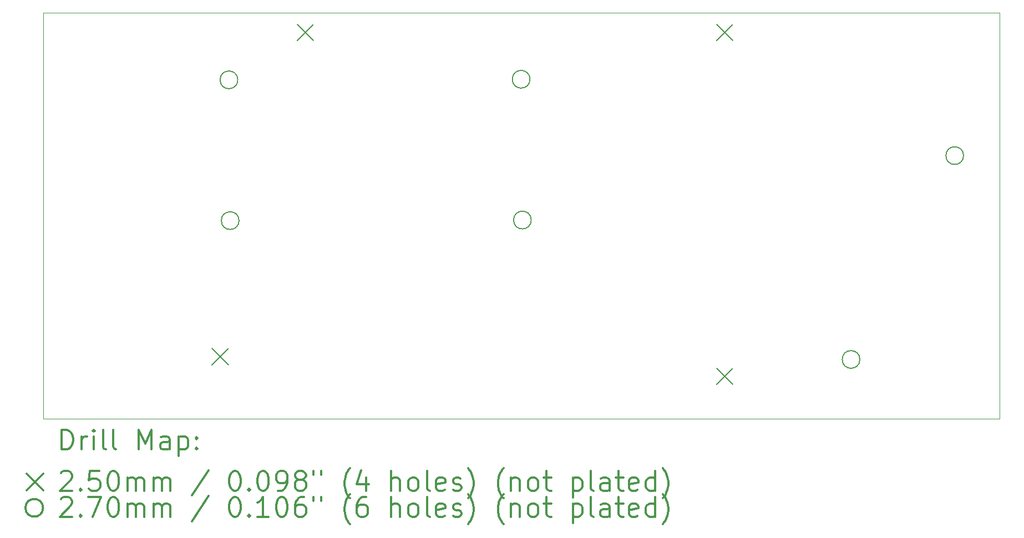
<source format=gbr>
%FSLAX45Y45*%
G04 Gerber Fmt 4.5, Leading zero omitted, Abs format (unit mm)*
G04 Created by KiCad (PCBNEW 5.1.7-a382d34a8~87~ubuntu18.04.1) date 2020-10-27 09:38:17*
%MOMM*%
%LPD*%
G01*
G04 APERTURE LIST*
%TA.AperFunction,Profile*%
%ADD10C,0.050000*%
%TD*%
%ADD11C,0.200000*%
%ADD12C,0.300000*%
G04 APERTURE END LIST*
D10*
X8100000Y-12500000D02*
X22700000Y-12500000D01*
X8100000Y-6300000D02*
X8100000Y-12500000D01*
X22700000Y-6300000D02*
X8100000Y-6300000D01*
X22700000Y-12500000D02*
X22700000Y-6300000D01*
D11*
X11975000Y-6475000D02*
X12225000Y-6725000D01*
X12225000Y-6475000D02*
X11975000Y-6725000D01*
X18375000Y-11725000D02*
X18625000Y-11975000D01*
X18625000Y-11725000D02*
X18375000Y-11975000D01*
X18375000Y-6475000D02*
X18625000Y-6725000D01*
X18625000Y-6475000D02*
X18375000Y-6725000D01*
X10675000Y-11425000D02*
X10925000Y-11675000D01*
X10925000Y-11425000D02*
X10675000Y-11675000D01*
X11069090Y-7325250D02*
G75*
G03*
X11069090Y-7325250I-135000J0D01*
G01*
X11088140Y-9474090D02*
G75*
G03*
X11088140Y-9474090I-135000J0D01*
G01*
X15529330Y-7316360D02*
G75*
G03*
X15529330Y-7316360I-135000J0D01*
G01*
X15548380Y-9465200D02*
G75*
G03*
X15548380Y-9465200I-135000J0D01*
G01*
X20564820Y-11593420D02*
G75*
G03*
X20564820Y-11593420I-135000J0D01*
G01*
X22147240Y-8481920D02*
G75*
G03*
X22147240Y-8481920I-135000J0D01*
G01*
D12*
X8383928Y-12968214D02*
X8383928Y-12668214D01*
X8455357Y-12668214D01*
X8498214Y-12682500D01*
X8526786Y-12711071D01*
X8541071Y-12739643D01*
X8555357Y-12796786D01*
X8555357Y-12839643D01*
X8541071Y-12896786D01*
X8526786Y-12925357D01*
X8498214Y-12953929D01*
X8455357Y-12968214D01*
X8383928Y-12968214D01*
X8683928Y-12968214D02*
X8683928Y-12768214D01*
X8683928Y-12825357D02*
X8698214Y-12796786D01*
X8712500Y-12782500D01*
X8741071Y-12768214D01*
X8769643Y-12768214D01*
X8869643Y-12968214D02*
X8869643Y-12768214D01*
X8869643Y-12668214D02*
X8855357Y-12682500D01*
X8869643Y-12696786D01*
X8883928Y-12682500D01*
X8869643Y-12668214D01*
X8869643Y-12696786D01*
X9055357Y-12968214D02*
X9026786Y-12953929D01*
X9012500Y-12925357D01*
X9012500Y-12668214D01*
X9212500Y-12968214D02*
X9183928Y-12953929D01*
X9169643Y-12925357D01*
X9169643Y-12668214D01*
X9555357Y-12968214D02*
X9555357Y-12668214D01*
X9655357Y-12882500D01*
X9755357Y-12668214D01*
X9755357Y-12968214D01*
X10026786Y-12968214D02*
X10026786Y-12811071D01*
X10012500Y-12782500D01*
X9983928Y-12768214D01*
X9926786Y-12768214D01*
X9898214Y-12782500D01*
X10026786Y-12953929D02*
X9998214Y-12968214D01*
X9926786Y-12968214D01*
X9898214Y-12953929D01*
X9883928Y-12925357D01*
X9883928Y-12896786D01*
X9898214Y-12868214D01*
X9926786Y-12853929D01*
X9998214Y-12853929D01*
X10026786Y-12839643D01*
X10169643Y-12768214D02*
X10169643Y-13068214D01*
X10169643Y-12782500D02*
X10198214Y-12768214D01*
X10255357Y-12768214D01*
X10283928Y-12782500D01*
X10298214Y-12796786D01*
X10312500Y-12825357D01*
X10312500Y-12911071D01*
X10298214Y-12939643D01*
X10283928Y-12953929D01*
X10255357Y-12968214D01*
X10198214Y-12968214D01*
X10169643Y-12953929D01*
X10441071Y-12939643D02*
X10455357Y-12953929D01*
X10441071Y-12968214D01*
X10426786Y-12953929D01*
X10441071Y-12939643D01*
X10441071Y-12968214D01*
X10441071Y-12782500D02*
X10455357Y-12796786D01*
X10441071Y-12811071D01*
X10426786Y-12796786D01*
X10441071Y-12782500D01*
X10441071Y-12811071D01*
X7847500Y-13337500D02*
X8097500Y-13587500D01*
X8097500Y-13337500D02*
X7847500Y-13587500D01*
X8369643Y-13326786D02*
X8383928Y-13312500D01*
X8412500Y-13298214D01*
X8483928Y-13298214D01*
X8512500Y-13312500D01*
X8526786Y-13326786D01*
X8541071Y-13355357D01*
X8541071Y-13383929D01*
X8526786Y-13426786D01*
X8355357Y-13598214D01*
X8541071Y-13598214D01*
X8669643Y-13569643D02*
X8683928Y-13583929D01*
X8669643Y-13598214D01*
X8655357Y-13583929D01*
X8669643Y-13569643D01*
X8669643Y-13598214D01*
X8955357Y-13298214D02*
X8812500Y-13298214D01*
X8798214Y-13441071D01*
X8812500Y-13426786D01*
X8841071Y-13412500D01*
X8912500Y-13412500D01*
X8941071Y-13426786D01*
X8955357Y-13441071D01*
X8969643Y-13469643D01*
X8969643Y-13541071D01*
X8955357Y-13569643D01*
X8941071Y-13583929D01*
X8912500Y-13598214D01*
X8841071Y-13598214D01*
X8812500Y-13583929D01*
X8798214Y-13569643D01*
X9155357Y-13298214D02*
X9183928Y-13298214D01*
X9212500Y-13312500D01*
X9226786Y-13326786D01*
X9241071Y-13355357D01*
X9255357Y-13412500D01*
X9255357Y-13483929D01*
X9241071Y-13541071D01*
X9226786Y-13569643D01*
X9212500Y-13583929D01*
X9183928Y-13598214D01*
X9155357Y-13598214D01*
X9126786Y-13583929D01*
X9112500Y-13569643D01*
X9098214Y-13541071D01*
X9083928Y-13483929D01*
X9083928Y-13412500D01*
X9098214Y-13355357D01*
X9112500Y-13326786D01*
X9126786Y-13312500D01*
X9155357Y-13298214D01*
X9383928Y-13598214D02*
X9383928Y-13398214D01*
X9383928Y-13426786D02*
X9398214Y-13412500D01*
X9426786Y-13398214D01*
X9469643Y-13398214D01*
X9498214Y-13412500D01*
X9512500Y-13441071D01*
X9512500Y-13598214D01*
X9512500Y-13441071D02*
X9526786Y-13412500D01*
X9555357Y-13398214D01*
X9598214Y-13398214D01*
X9626786Y-13412500D01*
X9641071Y-13441071D01*
X9641071Y-13598214D01*
X9783928Y-13598214D02*
X9783928Y-13398214D01*
X9783928Y-13426786D02*
X9798214Y-13412500D01*
X9826786Y-13398214D01*
X9869643Y-13398214D01*
X9898214Y-13412500D01*
X9912500Y-13441071D01*
X9912500Y-13598214D01*
X9912500Y-13441071D02*
X9926786Y-13412500D01*
X9955357Y-13398214D01*
X9998214Y-13398214D01*
X10026786Y-13412500D01*
X10041071Y-13441071D01*
X10041071Y-13598214D01*
X10626786Y-13283929D02*
X10369643Y-13669643D01*
X11012500Y-13298214D02*
X11041071Y-13298214D01*
X11069643Y-13312500D01*
X11083928Y-13326786D01*
X11098214Y-13355357D01*
X11112500Y-13412500D01*
X11112500Y-13483929D01*
X11098214Y-13541071D01*
X11083928Y-13569643D01*
X11069643Y-13583929D01*
X11041071Y-13598214D01*
X11012500Y-13598214D01*
X10983928Y-13583929D01*
X10969643Y-13569643D01*
X10955357Y-13541071D01*
X10941071Y-13483929D01*
X10941071Y-13412500D01*
X10955357Y-13355357D01*
X10969643Y-13326786D01*
X10983928Y-13312500D01*
X11012500Y-13298214D01*
X11241071Y-13569643D02*
X11255357Y-13583929D01*
X11241071Y-13598214D01*
X11226786Y-13583929D01*
X11241071Y-13569643D01*
X11241071Y-13598214D01*
X11441071Y-13298214D02*
X11469643Y-13298214D01*
X11498214Y-13312500D01*
X11512500Y-13326786D01*
X11526786Y-13355357D01*
X11541071Y-13412500D01*
X11541071Y-13483929D01*
X11526786Y-13541071D01*
X11512500Y-13569643D01*
X11498214Y-13583929D01*
X11469643Y-13598214D01*
X11441071Y-13598214D01*
X11412500Y-13583929D01*
X11398214Y-13569643D01*
X11383928Y-13541071D01*
X11369643Y-13483929D01*
X11369643Y-13412500D01*
X11383928Y-13355357D01*
X11398214Y-13326786D01*
X11412500Y-13312500D01*
X11441071Y-13298214D01*
X11683928Y-13598214D02*
X11741071Y-13598214D01*
X11769643Y-13583929D01*
X11783928Y-13569643D01*
X11812500Y-13526786D01*
X11826786Y-13469643D01*
X11826786Y-13355357D01*
X11812500Y-13326786D01*
X11798214Y-13312500D01*
X11769643Y-13298214D01*
X11712500Y-13298214D01*
X11683928Y-13312500D01*
X11669643Y-13326786D01*
X11655357Y-13355357D01*
X11655357Y-13426786D01*
X11669643Y-13455357D01*
X11683928Y-13469643D01*
X11712500Y-13483929D01*
X11769643Y-13483929D01*
X11798214Y-13469643D01*
X11812500Y-13455357D01*
X11826786Y-13426786D01*
X11998214Y-13426786D02*
X11969643Y-13412500D01*
X11955357Y-13398214D01*
X11941071Y-13369643D01*
X11941071Y-13355357D01*
X11955357Y-13326786D01*
X11969643Y-13312500D01*
X11998214Y-13298214D01*
X12055357Y-13298214D01*
X12083928Y-13312500D01*
X12098214Y-13326786D01*
X12112500Y-13355357D01*
X12112500Y-13369643D01*
X12098214Y-13398214D01*
X12083928Y-13412500D01*
X12055357Y-13426786D01*
X11998214Y-13426786D01*
X11969643Y-13441071D01*
X11955357Y-13455357D01*
X11941071Y-13483929D01*
X11941071Y-13541071D01*
X11955357Y-13569643D01*
X11969643Y-13583929D01*
X11998214Y-13598214D01*
X12055357Y-13598214D01*
X12083928Y-13583929D01*
X12098214Y-13569643D01*
X12112500Y-13541071D01*
X12112500Y-13483929D01*
X12098214Y-13455357D01*
X12083928Y-13441071D01*
X12055357Y-13426786D01*
X12226786Y-13298214D02*
X12226786Y-13355357D01*
X12341071Y-13298214D02*
X12341071Y-13355357D01*
X12783928Y-13712500D02*
X12769643Y-13698214D01*
X12741071Y-13655357D01*
X12726786Y-13626786D01*
X12712500Y-13583929D01*
X12698214Y-13512500D01*
X12698214Y-13455357D01*
X12712500Y-13383929D01*
X12726786Y-13341071D01*
X12741071Y-13312500D01*
X12769643Y-13269643D01*
X12783928Y-13255357D01*
X13026786Y-13398214D02*
X13026786Y-13598214D01*
X12955357Y-13283929D02*
X12883928Y-13498214D01*
X13069643Y-13498214D01*
X13412500Y-13598214D02*
X13412500Y-13298214D01*
X13541071Y-13598214D02*
X13541071Y-13441071D01*
X13526786Y-13412500D01*
X13498214Y-13398214D01*
X13455357Y-13398214D01*
X13426786Y-13412500D01*
X13412500Y-13426786D01*
X13726786Y-13598214D02*
X13698214Y-13583929D01*
X13683928Y-13569643D01*
X13669643Y-13541071D01*
X13669643Y-13455357D01*
X13683928Y-13426786D01*
X13698214Y-13412500D01*
X13726786Y-13398214D01*
X13769643Y-13398214D01*
X13798214Y-13412500D01*
X13812500Y-13426786D01*
X13826786Y-13455357D01*
X13826786Y-13541071D01*
X13812500Y-13569643D01*
X13798214Y-13583929D01*
X13769643Y-13598214D01*
X13726786Y-13598214D01*
X13998214Y-13598214D02*
X13969643Y-13583929D01*
X13955357Y-13555357D01*
X13955357Y-13298214D01*
X14226786Y-13583929D02*
X14198214Y-13598214D01*
X14141071Y-13598214D01*
X14112500Y-13583929D01*
X14098214Y-13555357D01*
X14098214Y-13441071D01*
X14112500Y-13412500D01*
X14141071Y-13398214D01*
X14198214Y-13398214D01*
X14226786Y-13412500D01*
X14241071Y-13441071D01*
X14241071Y-13469643D01*
X14098214Y-13498214D01*
X14355357Y-13583929D02*
X14383928Y-13598214D01*
X14441071Y-13598214D01*
X14469643Y-13583929D01*
X14483928Y-13555357D01*
X14483928Y-13541071D01*
X14469643Y-13512500D01*
X14441071Y-13498214D01*
X14398214Y-13498214D01*
X14369643Y-13483929D01*
X14355357Y-13455357D01*
X14355357Y-13441071D01*
X14369643Y-13412500D01*
X14398214Y-13398214D01*
X14441071Y-13398214D01*
X14469643Y-13412500D01*
X14583928Y-13712500D02*
X14598214Y-13698214D01*
X14626786Y-13655357D01*
X14641071Y-13626786D01*
X14655357Y-13583929D01*
X14669643Y-13512500D01*
X14669643Y-13455357D01*
X14655357Y-13383929D01*
X14641071Y-13341071D01*
X14626786Y-13312500D01*
X14598214Y-13269643D01*
X14583928Y-13255357D01*
X15126786Y-13712500D02*
X15112500Y-13698214D01*
X15083928Y-13655357D01*
X15069643Y-13626786D01*
X15055357Y-13583929D01*
X15041071Y-13512500D01*
X15041071Y-13455357D01*
X15055357Y-13383929D01*
X15069643Y-13341071D01*
X15083928Y-13312500D01*
X15112500Y-13269643D01*
X15126786Y-13255357D01*
X15241071Y-13398214D02*
X15241071Y-13598214D01*
X15241071Y-13426786D02*
X15255357Y-13412500D01*
X15283928Y-13398214D01*
X15326786Y-13398214D01*
X15355357Y-13412500D01*
X15369643Y-13441071D01*
X15369643Y-13598214D01*
X15555357Y-13598214D02*
X15526786Y-13583929D01*
X15512500Y-13569643D01*
X15498214Y-13541071D01*
X15498214Y-13455357D01*
X15512500Y-13426786D01*
X15526786Y-13412500D01*
X15555357Y-13398214D01*
X15598214Y-13398214D01*
X15626786Y-13412500D01*
X15641071Y-13426786D01*
X15655357Y-13455357D01*
X15655357Y-13541071D01*
X15641071Y-13569643D01*
X15626786Y-13583929D01*
X15598214Y-13598214D01*
X15555357Y-13598214D01*
X15741071Y-13398214D02*
X15855357Y-13398214D01*
X15783928Y-13298214D02*
X15783928Y-13555357D01*
X15798214Y-13583929D01*
X15826786Y-13598214D01*
X15855357Y-13598214D01*
X16183928Y-13398214D02*
X16183928Y-13698214D01*
X16183928Y-13412500D02*
X16212500Y-13398214D01*
X16269643Y-13398214D01*
X16298214Y-13412500D01*
X16312500Y-13426786D01*
X16326786Y-13455357D01*
X16326786Y-13541071D01*
X16312500Y-13569643D01*
X16298214Y-13583929D01*
X16269643Y-13598214D01*
X16212500Y-13598214D01*
X16183928Y-13583929D01*
X16498214Y-13598214D02*
X16469643Y-13583929D01*
X16455357Y-13555357D01*
X16455357Y-13298214D01*
X16741071Y-13598214D02*
X16741071Y-13441071D01*
X16726786Y-13412500D01*
X16698214Y-13398214D01*
X16641071Y-13398214D01*
X16612500Y-13412500D01*
X16741071Y-13583929D02*
X16712500Y-13598214D01*
X16641071Y-13598214D01*
X16612500Y-13583929D01*
X16598214Y-13555357D01*
X16598214Y-13526786D01*
X16612500Y-13498214D01*
X16641071Y-13483929D01*
X16712500Y-13483929D01*
X16741071Y-13469643D01*
X16841071Y-13398214D02*
X16955357Y-13398214D01*
X16883928Y-13298214D02*
X16883928Y-13555357D01*
X16898214Y-13583929D01*
X16926786Y-13598214D01*
X16955357Y-13598214D01*
X17169643Y-13583929D02*
X17141071Y-13598214D01*
X17083928Y-13598214D01*
X17055357Y-13583929D01*
X17041071Y-13555357D01*
X17041071Y-13441071D01*
X17055357Y-13412500D01*
X17083928Y-13398214D01*
X17141071Y-13398214D01*
X17169643Y-13412500D01*
X17183928Y-13441071D01*
X17183928Y-13469643D01*
X17041071Y-13498214D01*
X17441071Y-13598214D02*
X17441071Y-13298214D01*
X17441071Y-13583929D02*
X17412500Y-13598214D01*
X17355357Y-13598214D01*
X17326786Y-13583929D01*
X17312500Y-13569643D01*
X17298214Y-13541071D01*
X17298214Y-13455357D01*
X17312500Y-13426786D01*
X17326786Y-13412500D01*
X17355357Y-13398214D01*
X17412500Y-13398214D01*
X17441071Y-13412500D01*
X17555357Y-13712500D02*
X17569643Y-13698214D01*
X17598214Y-13655357D01*
X17612500Y-13626786D01*
X17626786Y-13583929D01*
X17641071Y-13512500D01*
X17641071Y-13455357D01*
X17626786Y-13383929D01*
X17612500Y-13341071D01*
X17598214Y-13312500D01*
X17569643Y-13269643D01*
X17555357Y-13255357D01*
X8097500Y-13858500D02*
G75*
G03*
X8097500Y-13858500I-135000J0D01*
G01*
X8369643Y-13722786D02*
X8383928Y-13708500D01*
X8412500Y-13694214D01*
X8483928Y-13694214D01*
X8512500Y-13708500D01*
X8526786Y-13722786D01*
X8541071Y-13751357D01*
X8541071Y-13779929D01*
X8526786Y-13822786D01*
X8355357Y-13994214D01*
X8541071Y-13994214D01*
X8669643Y-13965643D02*
X8683928Y-13979929D01*
X8669643Y-13994214D01*
X8655357Y-13979929D01*
X8669643Y-13965643D01*
X8669643Y-13994214D01*
X8783928Y-13694214D02*
X8983928Y-13694214D01*
X8855357Y-13994214D01*
X9155357Y-13694214D02*
X9183928Y-13694214D01*
X9212500Y-13708500D01*
X9226786Y-13722786D01*
X9241071Y-13751357D01*
X9255357Y-13808500D01*
X9255357Y-13879929D01*
X9241071Y-13937071D01*
X9226786Y-13965643D01*
X9212500Y-13979929D01*
X9183928Y-13994214D01*
X9155357Y-13994214D01*
X9126786Y-13979929D01*
X9112500Y-13965643D01*
X9098214Y-13937071D01*
X9083928Y-13879929D01*
X9083928Y-13808500D01*
X9098214Y-13751357D01*
X9112500Y-13722786D01*
X9126786Y-13708500D01*
X9155357Y-13694214D01*
X9383928Y-13994214D02*
X9383928Y-13794214D01*
X9383928Y-13822786D02*
X9398214Y-13808500D01*
X9426786Y-13794214D01*
X9469643Y-13794214D01*
X9498214Y-13808500D01*
X9512500Y-13837071D01*
X9512500Y-13994214D01*
X9512500Y-13837071D02*
X9526786Y-13808500D01*
X9555357Y-13794214D01*
X9598214Y-13794214D01*
X9626786Y-13808500D01*
X9641071Y-13837071D01*
X9641071Y-13994214D01*
X9783928Y-13994214D02*
X9783928Y-13794214D01*
X9783928Y-13822786D02*
X9798214Y-13808500D01*
X9826786Y-13794214D01*
X9869643Y-13794214D01*
X9898214Y-13808500D01*
X9912500Y-13837071D01*
X9912500Y-13994214D01*
X9912500Y-13837071D02*
X9926786Y-13808500D01*
X9955357Y-13794214D01*
X9998214Y-13794214D01*
X10026786Y-13808500D01*
X10041071Y-13837071D01*
X10041071Y-13994214D01*
X10626786Y-13679929D02*
X10369643Y-14065643D01*
X11012500Y-13694214D02*
X11041071Y-13694214D01*
X11069643Y-13708500D01*
X11083928Y-13722786D01*
X11098214Y-13751357D01*
X11112500Y-13808500D01*
X11112500Y-13879929D01*
X11098214Y-13937071D01*
X11083928Y-13965643D01*
X11069643Y-13979929D01*
X11041071Y-13994214D01*
X11012500Y-13994214D01*
X10983928Y-13979929D01*
X10969643Y-13965643D01*
X10955357Y-13937071D01*
X10941071Y-13879929D01*
X10941071Y-13808500D01*
X10955357Y-13751357D01*
X10969643Y-13722786D01*
X10983928Y-13708500D01*
X11012500Y-13694214D01*
X11241071Y-13965643D02*
X11255357Y-13979929D01*
X11241071Y-13994214D01*
X11226786Y-13979929D01*
X11241071Y-13965643D01*
X11241071Y-13994214D01*
X11541071Y-13994214D02*
X11369643Y-13994214D01*
X11455357Y-13994214D02*
X11455357Y-13694214D01*
X11426786Y-13737071D01*
X11398214Y-13765643D01*
X11369643Y-13779929D01*
X11726786Y-13694214D02*
X11755357Y-13694214D01*
X11783928Y-13708500D01*
X11798214Y-13722786D01*
X11812500Y-13751357D01*
X11826786Y-13808500D01*
X11826786Y-13879929D01*
X11812500Y-13937071D01*
X11798214Y-13965643D01*
X11783928Y-13979929D01*
X11755357Y-13994214D01*
X11726786Y-13994214D01*
X11698214Y-13979929D01*
X11683928Y-13965643D01*
X11669643Y-13937071D01*
X11655357Y-13879929D01*
X11655357Y-13808500D01*
X11669643Y-13751357D01*
X11683928Y-13722786D01*
X11698214Y-13708500D01*
X11726786Y-13694214D01*
X12083928Y-13694214D02*
X12026786Y-13694214D01*
X11998214Y-13708500D01*
X11983928Y-13722786D01*
X11955357Y-13765643D01*
X11941071Y-13822786D01*
X11941071Y-13937071D01*
X11955357Y-13965643D01*
X11969643Y-13979929D01*
X11998214Y-13994214D01*
X12055357Y-13994214D01*
X12083928Y-13979929D01*
X12098214Y-13965643D01*
X12112500Y-13937071D01*
X12112500Y-13865643D01*
X12098214Y-13837071D01*
X12083928Y-13822786D01*
X12055357Y-13808500D01*
X11998214Y-13808500D01*
X11969643Y-13822786D01*
X11955357Y-13837071D01*
X11941071Y-13865643D01*
X12226786Y-13694214D02*
X12226786Y-13751357D01*
X12341071Y-13694214D02*
X12341071Y-13751357D01*
X12783928Y-14108500D02*
X12769643Y-14094214D01*
X12741071Y-14051357D01*
X12726786Y-14022786D01*
X12712500Y-13979929D01*
X12698214Y-13908500D01*
X12698214Y-13851357D01*
X12712500Y-13779929D01*
X12726786Y-13737071D01*
X12741071Y-13708500D01*
X12769643Y-13665643D01*
X12783928Y-13651357D01*
X13026786Y-13694214D02*
X12969643Y-13694214D01*
X12941071Y-13708500D01*
X12926786Y-13722786D01*
X12898214Y-13765643D01*
X12883928Y-13822786D01*
X12883928Y-13937071D01*
X12898214Y-13965643D01*
X12912500Y-13979929D01*
X12941071Y-13994214D01*
X12998214Y-13994214D01*
X13026786Y-13979929D01*
X13041071Y-13965643D01*
X13055357Y-13937071D01*
X13055357Y-13865643D01*
X13041071Y-13837071D01*
X13026786Y-13822786D01*
X12998214Y-13808500D01*
X12941071Y-13808500D01*
X12912500Y-13822786D01*
X12898214Y-13837071D01*
X12883928Y-13865643D01*
X13412500Y-13994214D02*
X13412500Y-13694214D01*
X13541071Y-13994214D02*
X13541071Y-13837071D01*
X13526786Y-13808500D01*
X13498214Y-13794214D01*
X13455357Y-13794214D01*
X13426786Y-13808500D01*
X13412500Y-13822786D01*
X13726786Y-13994214D02*
X13698214Y-13979929D01*
X13683928Y-13965643D01*
X13669643Y-13937071D01*
X13669643Y-13851357D01*
X13683928Y-13822786D01*
X13698214Y-13808500D01*
X13726786Y-13794214D01*
X13769643Y-13794214D01*
X13798214Y-13808500D01*
X13812500Y-13822786D01*
X13826786Y-13851357D01*
X13826786Y-13937071D01*
X13812500Y-13965643D01*
X13798214Y-13979929D01*
X13769643Y-13994214D01*
X13726786Y-13994214D01*
X13998214Y-13994214D02*
X13969643Y-13979929D01*
X13955357Y-13951357D01*
X13955357Y-13694214D01*
X14226786Y-13979929D02*
X14198214Y-13994214D01*
X14141071Y-13994214D01*
X14112500Y-13979929D01*
X14098214Y-13951357D01*
X14098214Y-13837071D01*
X14112500Y-13808500D01*
X14141071Y-13794214D01*
X14198214Y-13794214D01*
X14226786Y-13808500D01*
X14241071Y-13837071D01*
X14241071Y-13865643D01*
X14098214Y-13894214D01*
X14355357Y-13979929D02*
X14383928Y-13994214D01*
X14441071Y-13994214D01*
X14469643Y-13979929D01*
X14483928Y-13951357D01*
X14483928Y-13937071D01*
X14469643Y-13908500D01*
X14441071Y-13894214D01*
X14398214Y-13894214D01*
X14369643Y-13879929D01*
X14355357Y-13851357D01*
X14355357Y-13837071D01*
X14369643Y-13808500D01*
X14398214Y-13794214D01*
X14441071Y-13794214D01*
X14469643Y-13808500D01*
X14583928Y-14108500D02*
X14598214Y-14094214D01*
X14626786Y-14051357D01*
X14641071Y-14022786D01*
X14655357Y-13979929D01*
X14669643Y-13908500D01*
X14669643Y-13851357D01*
X14655357Y-13779929D01*
X14641071Y-13737071D01*
X14626786Y-13708500D01*
X14598214Y-13665643D01*
X14583928Y-13651357D01*
X15126786Y-14108500D02*
X15112500Y-14094214D01*
X15083928Y-14051357D01*
X15069643Y-14022786D01*
X15055357Y-13979929D01*
X15041071Y-13908500D01*
X15041071Y-13851357D01*
X15055357Y-13779929D01*
X15069643Y-13737071D01*
X15083928Y-13708500D01*
X15112500Y-13665643D01*
X15126786Y-13651357D01*
X15241071Y-13794214D02*
X15241071Y-13994214D01*
X15241071Y-13822786D02*
X15255357Y-13808500D01*
X15283928Y-13794214D01*
X15326786Y-13794214D01*
X15355357Y-13808500D01*
X15369643Y-13837071D01*
X15369643Y-13994214D01*
X15555357Y-13994214D02*
X15526786Y-13979929D01*
X15512500Y-13965643D01*
X15498214Y-13937071D01*
X15498214Y-13851357D01*
X15512500Y-13822786D01*
X15526786Y-13808500D01*
X15555357Y-13794214D01*
X15598214Y-13794214D01*
X15626786Y-13808500D01*
X15641071Y-13822786D01*
X15655357Y-13851357D01*
X15655357Y-13937071D01*
X15641071Y-13965643D01*
X15626786Y-13979929D01*
X15598214Y-13994214D01*
X15555357Y-13994214D01*
X15741071Y-13794214D02*
X15855357Y-13794214D01*
X15783928Y-13694214D02*
X15783928Y-13951357D01*
X15798214Y-13979929D01*
X15826786Y-13994214D01*
X15855357Y-13994214D01*
X16183928Y-13794214D02*
X16183928Y-14094214D01*
X16183928Y-13808500D02*
X16212500Y-13794214D01*
X16269643Y-13794214D01*
X16298214Y-13808500D01*
X16312500Y-13822786D01*
X16326786Y-13851357D01*
X16326786Y-13937071D01*
X16312500Y-13965643D01*
X16298214Y-13979929D01*
X16269643Y-13994214D01*
X16212500Y-13994214D01*
X16183928Y-13979929D01*
X16498214Y-13994214D02*
X16469643Y-13979929D01*
X16455357Y-13951357D01*
X16455357Y-13694214D01*
X16741071Y-13994214D02*
X16741071Y-13837071D01*
X16726786Y-13808500D01*
X16698214Y-13794214D01*
X16641071Y-13794214D01*
X16612500Y-13808500D01*
X16741071Y-13979929D02*
X16712500Y-13994214D01*
X16641071Y-13994214D01*
X16612500Y-13979929D01*
X16598214Y-13951357D01*
X16598214Y-13922786D01*
X16612500Y-13894214D01*
X16641071Y-13879929D01*
X16712500Y-13879929D01*
X16741071Y-13865643D01*
X16841071Y-13794214D02*
X16955357Y-13794214D01*
X16883928Y-13694214D02*
X16883928Y-13951357D01*
X16898214Y-13979929D01*
X16926786Y-13994214D01*
X16955357Y-13994214D01*
X17169643Y-13979929D02*
X17141071Y-13994214D01*
X17083928Y-13994214D01*
X17055357Y-13979929D01*
X17041071Y-13951357D01*
X17041071Y-13837071D01*
X17055357Y-13808500D01*
X17083928Y-13794214D01*
X17141071Y-13794214D01*
X17169643Y-13808500D01*
X17183928Y-13837071D01*
X17183928Y-13865643D01*
X17041071Y-13894214D01*
X17441071Y-13994214D02*
X17441071Y-13694214D01*
X17441071Y-13979929D02*
X17412500Y-13994214D01*
X17355357Y-13994214D01*
X17326786Y-13979929D01*
X17312500Y-13965643D01*
X17298214Y-13937071D01*
X17298214Y-13851357D01*
X17312500Y-13822786D01*
X17326786Y-13808500D01*
X17355357Y-13794214D01*
X17412500Y-13794214D01*
X17441071Y-13808500D01*
X17555357Y-14108500D02*
X17569643Y-14094214D01*
X17598214Y-14051357D01*
X17612500Y-14022786D01*
X17626786Y-13979929D01*
X17641071Y-13908500D01*
X17641071Y-13851357D01*
X17626786Y-13779929D01*
X17612500Y-13737071D01*
X17598214Y-13708500D01*
X17569643Y-13665643D01*
X17555357Y-13651357D01*
M02*

</source>
